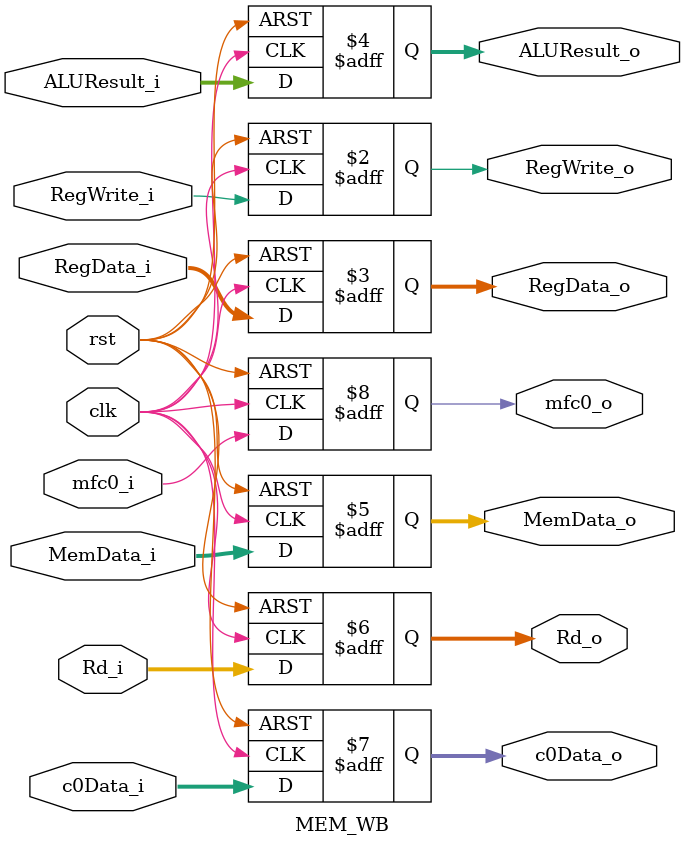
<source format=v>

module MEM_WB(RegWrite_i, RegWrite_o, 
              RegData_i, RegData_o, 
              ALUResult_i, ALUResult_o,
              MemData_i, MemData_o,
              Rd_i, Rd_o, 
              c0Data_i, c0Data_o, 
              mfc0_i, mfc0_o,  
              clk, rst);
  
  input RegWrite_i;
  output reg RegWrite_o;
  input [1:0] RegData_i;
  output reg [1:0] RegData_o;
  input [31:0] ALUResult_i;
  output reg [31:0] ALUResult_o;
  input [31:0] MemData_i;
  output reg [31:0] MemData_o;
  input [5:0] Rd_i;       //Rs, Rt and Rd are extended to 6-bit size,
  output reg [5:0] Rd_o;  //discerning cpu regs and c0 regs.
  input [31:0] c0Data_i;
  output reg [31:0] c0Data_o;
  input mfc0_i;
  output reg mfc0_o;
  input clk;
  input rst;
  
  always @(posedge clk or posedge rst)
  begin
    if (rst)
      begin
        RegWrite_o <= 0;
        RegData_o <= 0;
        ALUResult_o <= 32'h0000_0000;
        MemData_o <= 32'h0000_0000;
        Rd_o <= 5'b0_0000;
        c0Data_o <= 32'h0000_0000;
        mfc0_o <= 0;
      end
    else
      begin
        RegWrite_o <= RegWrite_i;
        RegData_o <= RegData_i;
        ALUResult_o <= ALUResult_i;
        MemData_o <= MemData_i;
        Rd_o <= Rd_i;
        c0Data_o <= c0Data_i;
        mfc0_o <= mfc0_i;
      end
  end
  
endmodule
</source>
